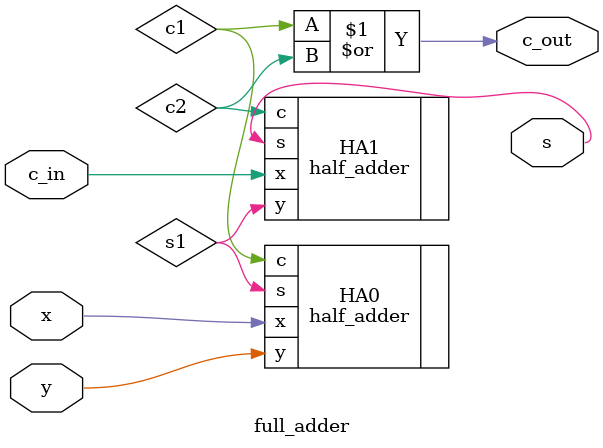
<source format=v>
`timescale 1ns / 1ps


module full_adder(
    input x, y, c_in,
    output s, c_out
    );
    
    wire c1, s1, c2;
    
    // Instantiate 2 half-adders
    half_adder HA0 (
        .x(x),
        .y(y),
        .c(c1),
        .s(s1)
    );
    
    half_adder HA1 (
        .x(c_in),
        .y(s1),
        .c(c2),
        .s(s)
    );
    
    // Generate the carry out signal
    assign c_out = c1 | c2;
    
endmodule
</source>
